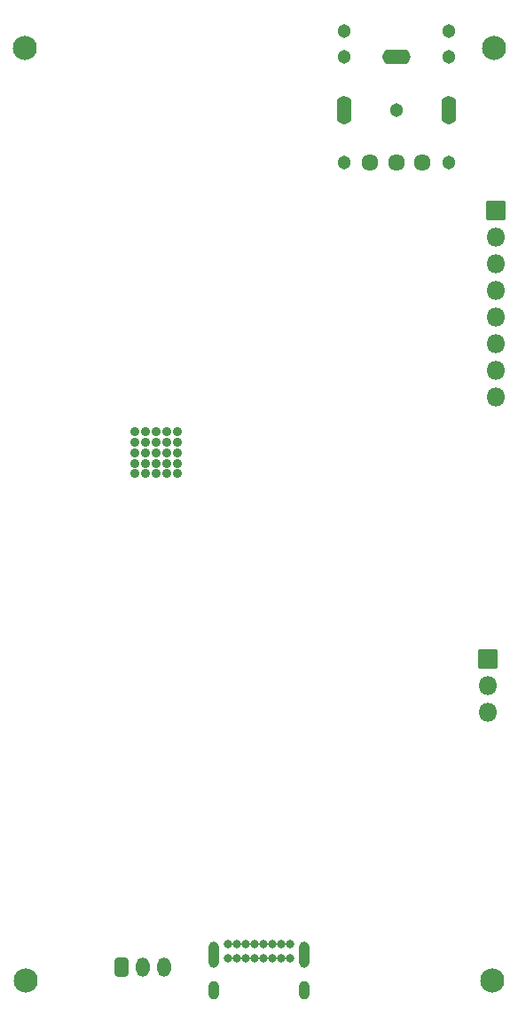
<source format=gbs>
%TF.GenerationSoftware,KiCad,Pcbnew,(6.0.5-0)*%
%TF.CreationDate,2022-09-11T18:06:33+10:00*%
%TF.ProjectId,gay-ipod,6761792d-6970-46f6-942e-6b696361645f,rev?*%
%TF.SameCoordinates,Original*%
%TF.FileFunction,Soldermask,Bot*%
%TF.FilePolarity,Negative*%
%FSLAX46Y46*%
G04 Gerber Fmt 4.6, Leading zero omitted, Abs format (unit mm)*
G04 Created by KiCad (PCBNEW (6.0.5-0)) date 2022-09-11 18:06:33*
%MOMM*%
%LPD*%
G01*
G04 APERTURE LIST*
G04 Aperture macros list*
%AMRoundRect*
0 Rectangle with rounded corners*
0 $1 Rounding radius*
0 $2 $3 $4 $5 $6 $7 $8 $9 X,Y pos of 4 corners*
0 Add a 4 corners polygon primitive as box body*
4,1,4,$2,$3,$4,$5,$6,$7,$8,$9,$2,$3,0*
0 Add four circle primitives for the rounded corners*
1,1,$1+$1,$2,$3*
1,1,$1+$1,$4,$5*
1,1,$1+$1,$6,$7*
1,1,$1+$1,$8,$9*
0 Add four rect primitives between the rounded corners*
20,1,$1+$1,$2,$3,$4,$5,0*
20,1,$1+$1,$4,$5,$6,$7,0*
20,1,$1+$1,$6,$7,$8,$9,0*
20,1,$1+$1,$8,$9,$2,$3,0*%
G04 Aperture macros list end*
%ADD10C,0.901600*%
%ADD11C,2.301600*%
%ADD12C,1.609600*%
%ADD13O,1.409600X2.717600*%
%ADD14O,2.717600X1.409600*%
%ADD15C,1.301600*%
%ADD16O,1.301600X1.851600*%
%ADD17RoundRect,0.300800X-0.350000X-0.625000X0.350000X-0.625000X0.350000X0.625000X-0.350000X0.625000X0*%
%ADD18O,1.801600X1.801600*%
%ADD19RoundRect,0.050800X-0.850000X-0.850000X0.850000X-0.850000X0.850000X0.850000X-0.850000X0.850000X0*%
%ADD20O,1.001600X1.801600*%
%ADD21O,1.001600X2.501600*%
%ADD22C,0.801600*%
G04 APERTURE END LIST*
D10*
%TO.C,U101*%
X129269996Y-96800006D03*
X131269996Y-100800006D03*
X132269996Y-98800006D03*
X131269996Y-98800006D03*
X129269996Y-98800006D03*
X128269996Y-99800006D03*
X130269996Y-97800006D03*
X132269996Y-100800006D03*
X129269996Y-97800006D03*
X128269996Y-100800006D03*
X130269996Y-100800006D03*
X132269996Y-99800006D03*
X130269996Y-98800006D03*
X131269996Y-97800006D03*
X132269996Y-97800006D03*
X128269996Y-97800006D03*
X129269996Y-99800006D03*
X130269996Y-96800006D03*
X130269996Y-99800006D03*
X131269996Y-99800006D03*
X128269996Y-96800006D03*
X131269996Y-96800006D03*
X128269996Y-98800006D03*
X132269996Y-96800006D03*
X129269996Y-100800006D03*
%TD*%
D11*
%TO.C,H103*%
X117800000Y-149075000D03*
%TD*%
D12*
%TO.C,J301*%
X150687500Y-71100000D03*
X153187500Y-71100000D03*
X155687500Y-71100000D03*
D13*
X158187500Y-66100000D03*
X148187500Y-66100000D03*
D14*
X153187500Y-61100000D03*
D15*
X153187500Y-66100000D03*
X148187500Y-71100000D03*
X148187500Y-61100000D03*
X148187500Y-58600000D03*
X158187500Y-61100000D03*
X158187500Y-71100000D03*
X158187500Y-58600000D03*
%TD*%
D11*
%TO.C,H101*%
X117700000Y-60200000D03*
%TD*%
D16*
%TO.C,J201*%
X131000000Y-147850000D03*
X129000000Y-147850000D03*
D17*
X127000000Y-147850000D03*
%TD*%
D18*
%TO.C,J403*%
X161950000Y-123505000D03*
X161950000Y-120965000D03*
D19*
X161950000Y-118425000D03*
%TD*%
D18*
%TO.C,J101*%
X162700000Y-93480000D03*
X162700000Y-90940000D03*
X162700000Y-88400000D03*
X162700000Y-85860000D03*
X162700000Y-83320000D03*
X162700000Y-80780000D03*
X162700000Y-78240000D03*
D19*
X162700000Y-75700000D03*
%TD*%
D20*
%TO.C,J401*%
X144425000Y-150035000D03*
X135775000Y-150035000D03*
D21*
X144425000Y-146655000D03*
X135775000Y-146655000D03*
D22*
X137125000Y-147025000D03*
X137975000Y-147025000D03*
X138825000Y-147025000D03*
X139675000Y-147025000D03*
X140525000Y-147025000D03*
X141375000Y-147025000D03*
X142225000Y-147025000D03*
X143075000Y-147025000D03*
X143075000Y-145675000D03*
X142225000Y-145675000D03*
X141375000Y-145675000D03*
X140525000Y-145675000D03*
X139675000Y-145675000D03*
X138825000Y-145675000D03*
X137975000Y-145675000D03*
X137125000Y-145675000D03*
%TD*%
D11*
%TO.C,H102*%
X162500000Y-60200000D03*
%TD*%
%TO.C,H104*%
X162400000Y-149075000D03*
%TD*%
M02*

</source>
